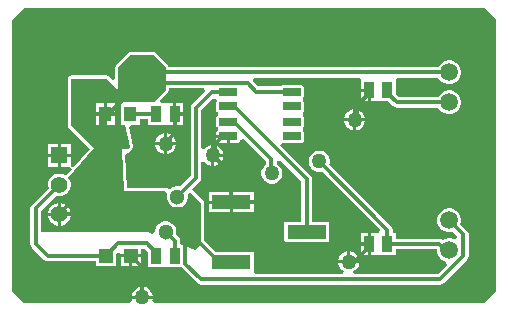
<source format=gtl>
G04*
G04 #@! TF.GenerationSoftware,Altium Limited,Altium Designer,25.2.1 (25)*
G04*
G04 Layer_Physical_Order=1*
G04 Layer_Color=255*
%FSLAX42Y42*%
%MOMM*%
G71*
G04*
G04 #@! TF.SameCoordinates,54F93AE9-759C-433E-98B8-B0DEF80D149C*
G04*
G04*
G04 #@! TF.FilePolarity,Positive*
G04*
G01*
G75*
%ADD18R,3.30X1.19*%
%ADD19R,0.90X1.35*%
%ADD20R,1.20X1.20*%
%ADD21R,1.10X1.30*%
G04:AMPARAMS|DCode=22|XSize=1.55mm|YSize=0.6mm|CornerRadius=0.05mm|HoleSize=0mm|Usage=FLASHONLY|Rotation=0.000|XOffset=0mm|YOffset=0mm|HoleType=Round|Shape=RoundedRectangle|*
%AMROUNDEDRECTD22*
21,1,1.55,0.50,0,0,0.0*
21,1,1.45,0.60,0,0,0.0*
1,1,0.10,0.72,-0.25*
1,1,0.10,-0.72,-0.25*
1,1,0.10,-0.72,0.25*
1,1,0.10,0.72,0.25*
%
%ADD22ROUNDEDRECTD22*%
%ADD31C,0.38*%
%ADD32C,1.50*%
%ADD33C,1.40*%
%ADD34R,1.40X1.40*%
%ADD35C,1.27*%
%ADD36C,1.30*%
G36*
X10500Y9400D02*
Y7100D01*
X10400Y7000D01*
X7600D01*
X7585Y7025D01*
X7589Y7037D01*
X7411D01*
X7415Y7025D01*
X7400Y7000D01*
X6500D01*
X6400Y7100D01*
Y9400D01*
X6500Y9500D01*
X10400D01*
X10500Y9400D01*
D02*
G37*
%LPC*%
G36*
X7600Y9126D02*
X7400D01*
X7390Y9124D01*
X7382Y9118D01*
X7282Y9018D01*
X7276Y9010D01*
X7274Y9000D01*
Y8896D01*
X7251Y8886D01*
X7218Y8918D01*
X7210Y8924D01*
X7200Y8926D01*
X6900D01*
X6890Y8924D01*
X6882Y8918D01*
X6876Y8910D01*
X6874Y8900D01*
Y8500D01*
X6876Y8490D01*
X6882Y8482D01*
X7057Y8306D01*
X6915Y8141D01*
X6895Y8157D01*
X6895Y8179D01*
Y8237D01*
X6813D01*
Y8155D01*
X6870D01*
X6894Y8155D01*
X6911Y8135D01*
X6860Y8076D01*
X6859Y8076D01*
X6837Y8089D01*
X6813Y8095D01*
X6787D01*
X6763Y8089D01*
X6741Y8076D01*
X6724Y8059D01*
X6711Y8037D01*
X6705Y8013D01*
Y7987D01*
X6709Y7973D01*
X6568Y7832D01*
X6558Y7817D01*
X6555Y7800D01*
Y7500D01*
X6558Y7483D01*
X6568Y7468D01*
X6668Y7368D01*
X6668Y7368D01*
X6683Y7358D01*
X6700Y7355D01*
X7110D01*
Y7315D01*
X7280D01*
Y7416D01*
X7295Y7428D01*
X7320Y7417D01*
Y7413D01*
X7490D01*
Y7459D01*
X7522D01*
X7552Y7429D01*
Y7307D01*
X7693D01*
Y7307D01*
X7707D01*
Y7307D01*
X7831D01*
X7835Y7301D01*
X7968Y7168D01*
X7968Y7168D01*
X7983Y7158D01*
X8000Y7155D01*
X8000Y7155D01*
X10023D01*
X10040Y7158D01*
X10055Y7168D01*
X10251Y7364D01*
X10261Y7379D01*
X10265Y7397D01*
Y7581D01*
X10265Y7581D01*
X10261Y7598D01*
X10251Y7613D01*
X10251Y7613D01*
X10196Y7669D01*
X10200Y7687D01*
Y7713D01*
X10194Y7739D01*
X10180Y7762D01*
X10162Y7780D01*
X10139Y7794D01*
X10113Y7800D01*
X10087D01*
X10061Y7794D01*
X10038Y7780D01*
X10020Y7762D01*
X10006Y7739D01*
X10000Y7713D01*
Y7687D01*
X10006Y7661D01*
X10020Y7638D01*
X10038Y7620D01*
X10061Y7606D01*
X10087Y7600D01*
X10113D01*
X10131Y7604D01*
X10165Y7571D01*
X10163Y7554D01*
X10139Y7540D01*
X10138Y7540D01*
X10113Y7546D01*
X10087D01*
X10061Y7540D01*
X10048Y7532D01*
X10048Y7532D01*
X10033Y7542D01*
X10016Y7545D01*
X9648D01*
Y7593D01*
X9623D01*
Y7622D01*
X9619Y7640D01*
X9610Y7655D01*
X9086Y8178D01*
X9089Y8188D01*
Y8212D01*
X9083Y8234D01*
X9071Y8255D01*
X9055Y8271D01*
X9034Y8283D01*
X9012Y8289D01*
X8988D01*
X8966Y8283D01*
X8945Y8271D01*
X8929Y8255D01*
X8917Y8234D01*
X8911Y8212D01*
Y8188D01*
X8917Y8166D01*
X8929Y8145D01*
X8945Y8129D01*
X8966Y8117D01*
X8988Y8111D01*
X9012D01*
X9022Y8114D01*
X9518Y7618D01*
X9507Y7593D01*
X9482Y7593D01*
X9435D01*
Y7500D01*
Y7407D01*
X9482D01*
X9500Y7407D01*
X9518Y7407D01*
X9648D01*
Y7455D01*
X9997D01*
X10000Y7452D01*
Y7433D01*
X10006Y7407D01*
X10020Y7384D01*
X10038Y7366D01*
X10061Y7352D01*
X10072Y7349D01*
X10080Y7321D01*
X10004Y7245D01*
X9297D01*
X9290Y7271D01*
X9305Y7279D01*
X9321Y7295D01*
X9333Y7316D01*
X9339Y7337D01*
X9161D01*
X9167Y7316D01*
X9179Y7295D01*
X9195Y7279D01*
X9210Y7271D01*
X9203Y7245D01*
X8464D01*
X8445Y7261D01*
Y7431D01*
X8129D01*
X8026Y7534D01*
Y7850D01*
X8024Y7860D01*
X8018Y7868D01*
X7925Y7961D01*
X7943Y7979D01*
X7989Y8024D01*
X7989Y8024D01*
X7998Y8039D01*
X8002Y8056D01*
X8002Y8056D01*
Y8192D01*
X8027Y8198D01*
X8029Y8195D01*
X8045Y8179D01*
X8066Y8167D01*
X8087Y8161D01*
Y8250D01*
Y8339D01*
X8066Y8333D01*
X8045Y8321D01*
X8029Y8305D01*
X8027Y8302D01*
X8002Y8308D01*
Y8633D01*
X8099Y8730D01*
X8129Y8730D01*
X8136Y8710D01*
X8129Y8700D01*
X8127Y8688D01*
Y8639D01*
X8129Y8627D01*
X8136Y8617D01*
X8139Y8614D01*
X8141Y8608D01*
Y8592D01*
X8139Y8586D01*
X8136Y8583D01*
X8129Y8573D01*
X8127Y8561D01*
Y8512D01*
X8129Y8500D01*
X8136Y8490D01*
X8139Y8487D01*
X8141Y8481D01*
Y8465D01*
X8139Y8459D01*
X8136Y8456D01*
X8129Y8446D01*
X8127Y8434D01*
Y8422D01*
X8230D01*
Y8410D01*
X8243D01*
Y8354D01*
X8302D01*
X8314Y8356D01*
X8324Y8363D01*
X8331Y8373D01*
X8333Y8381D01*
X8351Y8392D01*
X8356Y8394D01*
X8548Y8202D01*
Y8173D01*
X8545Y8171D01*
X8529Y8155D01*
X8517Y8134D01*
X8511Y8112D01*
Y8088D01*
X8517Y8066D01*
X8529Y8045D01*
X8545Y8029D01*
X8566Y8017D01*
X8588Y8011D01*
X8612D01*
X8634Y8017D01*
X8655Y8029D01*
X8671Y8045D01*
X8683Y8066D01*
X8689Y8088D01*
Y8112D01*
X8683Y8134D01*
X8671Y8155D01*
X8655Y8171D01*
X8641Y8179D01*
X8642Y8204D01*
X8664Y8213D01*
X8850Y8027D01*
Y7685D01*
X8705D01*
Y7515D01*
X9085D01*
Y7685D01*
X8940D01*
Y8046D01*
X8940Y8046D01*
X8937Y8063D01*
X8927Y8078D01*
X8668Y8337D01*
X8668Y8337D01*
X8684Y8357D01*
X8686Y8356D01*
X8688Y8355D01*
X8698Y8354D01*
X8842D01*
X8854Y8356D01*
X8864Y8363D01*
X8871Y8373D01*
X8873Y8385D01*
Y8434D01*
X8871Y8446D01*
X8864Y8456D01*
X8861Y8459D01*
X8859Y8465D01*
Y8481D01*
X8861Y8487D01*
X8864Y8490D01*
X8871Y8500D01*
X8873Y8512D01*
Y8561D01*
X8871Y8573D01*
X8864Y8583D01*
X8861Y8586D01*
X8859Y8592D01*
Y8608D01*
X8861Y8614D01*
X8864Y8617D01*
X8871Y8627D01*
X8873Y8639D01*
Y8688D01*
X8871Y8700D01*
X8864Y8710D01*
X8861Y8713D01*
X8859Y8719D01*
Y8735D01*
X8861Y8741D01*
X8864Y8744D01*
X8871Y8754D01*
X8873Y8766D01*
Y8815D01*
X8871Y8827D01*
X8864Y8837D01*
X8854Y8844D01*
X8842Y8846D01*
X8698D01*
X8686Y8844D01*
X8676Y8837D01*
X8675Y8836D01*
X8486D01*
X8438Y8883D01*
X8449Y8909D01*
X9333D01*
X9352Y8893D01*
X9352Y8883D01*
Y8813D01*
X9422D01*
Y8800D01*
X9435D01*
Y8707D01*
X9482D01*
X9500Y8707D01*
X9518Y8707D01*
X9584D01*
X9623Y8668D01*
X9638Y8658D01*
X9655Y8655D01*
X10010D01*
X10020Y8638D01*
X10038Y8620D01*
X10061Y8606D01*
X10087Y8600D01*
X10113D01*
X10139Y8606D01*
X10162Y8620D01*
X10180Y8638D01*
X10194Y8661D01*
X10200Y8687D01*
Y8713D01*
X10194Y8739D01*
X10180Y8762D01*
X10162Y8780D01*
X10139Y8794D01*
X10113Y8800D01*
X10087D01*
X10061Y8794D01*
X10038Y8780D01*
X10020Y8762D01*
X10010Y8745D01*
X9674D01*
X9648Y8771D01*
Y8883D01*
X9648Y8893D01*
X9667Y8909D01*
X10010D01*
X10020Y8892D01*
X10038Y8874D01*
X10061Y8860D01*
X10087Y8854D01*
X10113D01*
X10139Y8860D01*
X10162Y8874D01*
X10180Y8892D01*
X10194Y8915D01*
X10200Y8941D01*
Y8967D01*
X10194Y8993D01*
X10180Y9016D01*
X10162Y9034D01*
X10139Y9048D01*
X10113Y9054D01*
X10087D01*
X10061Y9048D01*
X10038Y9034D01*
X10020Y9016D01*
X10010Y8999D01*
X7726D01*
Y9000D01*
X7724Y9010D01*
X7718Y9018D01*
X7618Y9118D01*
X7610Y9124D01*
X7600Y9126D01*
D02*
G37*
G36*
X9410Y8787D02*
X9352D01*
Y8707D01*
X9410D01*
Y8787D01*
D02*
G37*
G36*
X9313Y8639D02*
Y8563D01*
X9389D01*
X9383Y8584D01*
X9371Y8605D01*
X9355Y8621D01*
X9334Y8633D01*
X9313Y8639D01*
D02*
G37*
G36*
X9287D02*
X9266Y8633D01*
X9245Y8621D01*
X9229Y8605D01*
X9217Y8584D01*
X9211Y8563D01*
X9287D01*
Y8639D01*
D02*
G37*
G36*
X9389Y8537D02*
X9313D01*
Y8461D01*
X9334Y8467D01*
X9355Y8479D01*
X9371Y8495D01*
X9383Y8516D01*
X9389Y8537D01*
D02*
G37*
G36*
X9287D02*
X9211D01*
X9217Y8516D01*
X9229Y8495D01*
X9245Y8479D01*
X9266Y8467D01*
X9287Y8461D01*
Y8537D01*
D02*
G37*
G36*
X8217Y8397D02*
X8127D01*
Y8385D01*
X8129Y8373D01*
X8136Y8363D01*
X8146Y8356D01*
X8158Y8354D01*
X8217D01*
Y8397D01*
D02*
G37*
G36*
X6895Y8345D02*
X6813D01*
Y8263D01*
X6895D01*
Y8345D01*
D02*
G37*
G36*
X6787D02*
X6705D01*
Y8263D01*
X6787D01*
Y8345D01*
D02*
G37*
G36*
X8113Y8339D02*
Y8263D01*
X8189D01*
X8183Y8284D01*
X8171Y8305D01*
X8155Y8321D01*
X8134Y8333D01*
X8113Y8339D01*
D02*
G37*
G36*
X8189Y8237D02*
X8113D01*
Y8161D01*
X8134Y8167D01*
X8155Y8179D01*
X8171Y8195D01*
X8183Y8216D01*
X8189Y8237D01*
D02*
G37*
G36*
X6787Y8237D02*
X6705D01*
Y8155D01*
X6787D01*
Y8237D01*
D02*
G37*
G36*
X8445Y7939D02*
X8268D01*
Y7867D01*
X8445D01*
Y7939D01*
D02*
G37*
G36*
X8242D02*
X8065D01*
Y7867D01*
X8242D01*
Y7939D01*
D02*
G37*
G36*
X8445Y7841D02*
X8268D01*
Y7769D01*
X8445D01*
Y7841D01*
D02*
G37*
G36*
X8242D02*
X8065D01*
Y7769D01*
X8242D01*
Y7841D01*
D02*
G37*
G36*
X9410Y7593D02*
X9352D01*
Y7513D01*
X9410D01*
Y7593D01*
D02*
G37*
G36*
Y7487D02*
X9352D01*
Y7407D01*
X9410D01*
Y7487D01*
D02*
G37*
G36*
X9263Y7439D02*
Y7363D01*
X9339D01*
X9333Y7384D01*
X9321Y7405D01*
X9305Y7421D01*
X9284Y7433D01*
X9263Y7439D01*
D02*
G37*
G36*
X9237D02*
X9216Y7433D01*
X9195Y7421D01*
X9179Y7405D01*
X9167Y7384D01*
X9161Y7363D01*
X9237D01*
Y7439D01*
D02*
G37*
G36*
X7490Y7387D02*
X7418D01*
Y7315D01*
X7490D01*
Y7387D01*
D02*
G37*
G36*
X7392D02*
X7320D01*
Y7315D01*
X7392D01*
Y7387D01*
D02*
G37*
G36*
X7513Y7139D02*
Y7063D01*
X7589D01*
X7583Y7084D01*
X7571Y7105D01*
X7555Y7121D01*
X7534Y7133D01*
X7513Y7139D01*
D02*
G37*
G36*
X7487D02*
X7466Y7133D01*
X7445Y7121D01*
X7429Y7105D01*
X7417Y7084D01*
X7411Y7063D01*
X7487D01*
Y7139D01*
D02*
G37*
%LPD*%
G36*
X7700Y9000D02*
Y8800D01*
X7600Y8700D01*
X7320D01*
X7321Y8693D01*
X7320Y8690D01*
X7320D01*
Y8510D01*
X7358D01*
X7396Y8320D01*
X7380Y8300D01*
X7329D01*
X7350Y7950D01*
X7698D01*
X7713Y7925D01*
X7710Y7912D01*
Y7888D01*
X7716Y7865D01*
X7728Y7844D01*
X7744Y7828D01*
X7765Y7816D01*
X7788Y7810D01*
X7812D01*
X7835Y7816D01*
X7856Y7828D01*
X7872Y7844D01*
X7884Y7865D01*
X7890Y7888D01*
Y7912D01*
X7887Y7923D01*
X7907Y7943D01*
X8000Y7850D01*
Y7500D01*
X7950Y7450D01*
X7848Y7488D01*
Y7493D01*
X7836D01*
X7823Y7498D01*
Y7522D01*
X7819Y7540D01*
X7810Y7555D01*
X7787Y7577D01*
X7790Y7588D01*
Y7612D01*
X7784Y7635D01*
X7772Y7656D01*
X7756Y7672D01*
X7735Y7684D01*
X7712Y7690D01*
X7688D01*
X7665Y7684D01*
X7644Y7672D01*
X7628Y7656D01*
X7616Y7635D01*
X7610Y7612D01*
Y7605D01*
X7585Y7587D01*
X7550Y7600D01*
X7250D01*
Y7600D01*
X6645D01*
Y7781D01*
X6773Y7909D01*
X6787Y7905D01*
X6813D01*
X6837Y7911D01*
X6859Y7924D01*
X6876Y7941D01*
X6889Y7963D01*
X6895Y7987D01*
Y8013D01*
X6889Y8037D01*
X6877Y8057D01*
X7092Y8308D01*
X6900Y8500D01*
Y8900D01*
X7200D01*
X7300Y8800D01*
X7300Y8800D01*
X7300Y9000D01*
X7400Y9100D01*
X7600D01*
X7700Y9000D01*
D02*
G37*
G36*
X8037Y8796D02*
X7924Y8684D01*
X7915Y8669D01*
X7911Y8652D01*
Y8075D01*
X7823Y7987D01*
X7812Y7990D01*
X7788D01*
X7765Y7984D01*
X7744Y7972D01*
X7744Y7972D01*
X7736Y7969D01*
X7735Y7969D01*
X7729Y7969D01*
X7713Y7971D01*
X7710Y7972D01*
X7708Y7974D01*
X7706Y7974D01*
X7704Y7975D01*
X7701Y7975D01*
X7698Y7976D01*
X7374D01*
X7358Y8256D01*
X7375Y8274D01*
X7377Y8274D01*
X7380D01*
X7380Y8274D01*
X7382Y8274D01*
X7383Y8274D01*
X7386Y8275D01*
X7390Y8276D01*
X7391Y8277D01*
X7392Y8277D01*
X7395Y8280D01*
X7398Y8282D01*
X7399Y8283D01*
X7400Y8284D01*
X7416Y8303D01*
X7417Y8304D01*
X7418Y8305D01*
X7419Y8309D01*
X7421Y8312D01*
X7421Y8313D01*
X7421Y8315D01*
X7421Y8318D01*
X7422Y8322D01*
X7421Y8323D01*
X7421Y8325D01*
X7388Y8490D01*
X7405Y8510D01*
X7480D01*
Y8555D01*
X7552D01*
Y8507D01*
X7682D01*
X7700Y8507D01*
X7718Y8507D01*
X7765D01*
Y8600D01*
Y8693D01*
X7718D01*
X7700Y8693D01*
X7682Y8693D01*
X7663D01*
X7653Y8716D01*
X7718Y8782D01*
X7724Y8790D01*
X7726Y8800D01*
Y8820D01*
X8027D01*
X8037Y8796D01*
D02*
G37*
%LPC*%
G36*
X7270Y8690D02*
X7203D01*
Y8613D01*
X7270D01*
Y8690D01*
D02*
G37*
G36*
X7177D02*
X7110D01*
Y8613D01*
X7177D01*
Y8690D01*
D02*
G37*
G36*
X7270Y8587D02*
X7203D01*
Y8510D01*
X7270D01*
Y8515D01*
Y8587D01*
D02*
G37*
G36*
X7177D02*
X7110D01*
Y8510D01*
X7177D01*
Y8587D01*
D02*
G37*
G36*
X6813Y7845D02*
Y7763D01*
X6895D01*
X6889Y7787D01*
X6876Y7809D01*
X6859Y7826D01*
X6837Y7839D01*
X6813Y7845D01*
D02*
G37*
G36*
X6787D02*
X6763Y7839D01*
X6741Y7826D01*
X6724Y7809D01*
X6711Y7787D01*
X6705Y7763D01*
X6787D01*
Y7845D01*
D02*
G37*
G36*
X6895Y7737D02*
X6813D01*
Y7655D01*
X6837Y7661D01*
X6859Y7674D01*
X6876Y7691D01*
X6889Y7713D01*
X6895Y7737D01*
D02*
G37*
G36*
X6787D02*
X6705D01*
X6711Y7713D01*
X6724Y7691D01*
X6741Y7674D01*
X6763Y7661D01*
X6787Y7655D01*
Y7737D01*
D02*
G37*
G36*
X7790Y8693D02*
Y8613D01*
X7848D01*
Y8693D01*
X7790D01*
D02*
G37*
G36*
X7848Y8587D02*
X7790D01*
Y8507D01*
X7848D01*
Y8587D01*
D02*
G37*
G36*
X7713Y8439D02*
Y8363D01*
X7789D01*
X7783Y8384D01*
X7771Y8405D01*
X7755Y8421D01*
X7734Y8433D01*
X7713Y8439D01*
D02*
G37*
G36*
X7687D02*
X7666Y8433D01*
X7645Y8421D01*
X7629Y8405D01*
X7617Y8384D01*
X7611Y8363D01*
X7687D01*
Y8439D01*
D02*
G37*
G36*
X7789Y8337D02*
X7713D01*
Y8261D01*
X7734Y8267D01*
X7755Y8279D01*
X7771Y8295D01*
X7783Y8316D01*
X7789Y8337D01*
D02*
G37*
G36*
X7687D02*
X7611D01*
X7617Y8316D01*
X7629Y8295D01*
X7645Y8279D01*
X7666Y8267D01*
X7687Y8261D01*
Y8337D01*
D02*
G37*
%LPD*%
D18*
X8895Y7600D02*
D03*
X8255Y7854D02*
D03*
Y7346D02*
D03*
D19*
X7778Y7400D02*
D03*
X7622D02*
D03*
X7778Y8600D02*
D03*
X7622D02*
D03*
X9422Y7500D02*
D03*
X9578D02*
D03*
X9422Y8800D02*
D03*
X9578D02*
D03*
D20*
X7405Y7400D02*
D03*
X7195D02*
D03*
D21*
X7190Y8600D02*
D03*
X7400D02*
D03*
D22*
X8770Y8790D02*
D03*
Y8664D02*
D03*
Y8536D02*
D03*
Y8410D02*
D03*
X8230D02*
D03*
Y8536D02*
D03*
Y8664D02*
D03*
Y8790D02*
D03*
D31*
X9267Y7367D02*
X9312D01*
X9422Y7478D01*
X9250Y7350D02*
X9267Y7367D01*
X6800Y7750D02*
X7746D01*
X7190Y8140D02*
Y8573D01*
X10023Y7200D02*
X10219Y7397D01*
X7867Y7333D02*
X8000Y7200D01*
X10023D01*
X7151Y8101D02*
X7190Y8140D01*
X9422Y8778D02*
Y8800D01*
X9316Y8671D02*
X9422Y8778D01*
X9316Y8566D02*
Y8671D01*
X9300Y8550D02*
X9316Y8566D01*
X9422Y7478D02*
Y7500D01*
X9419Y7496D02*
X9422Y7500D01*
X8712Y7496D02*
X9419D01*
X8594Y7613D02*
X8712Y7496D01*
X8594Y7613D02*
Y7737D01*
X8477Y7854D02*
X8594Y7737D01*
X8255Y7854D02*
X8477D01*
X8278Y8664D02*
X8895Y8046D01*
Y7600D02*
Y8046D01*
X8100Y8250D02*
X8255Y8095D01*
Y7854D02*
Y8095D01*
X8182Y8410D02*
X8230D01*
X8117Y8344D02*
X8182Y8410D01*
X8117Y8267D02*
Y8344D01*
X8100Y8250D02*
X8117Y8267D01*
X7151Y8101D02*
Y8534D01*
X7190Y8573D01*
X6800Y7750D02*
X7705D01*
X7746D02*
X8150Y7346D01*
X7705Y7750D02*
X7867Y7588D01*
X7405Y7400D02*
X7500Y7305D01*
Y7050D02*
Y7305D01*
X7299Y7504D02*
X7541D01*
X7622Y7422D01*
Y7378D02*
Y7400D01*
X7195D02*
X7299Y7504D01*
X7622Y7400D02*
Y7422D01*
X7778Y7400D02*
Y7522D01*
X7700Y7600D02*
X7778Y7522D01*
X7867Y7333D02*
Y7588D01*
X6700Y7400D02*
X7195D01*
X7700Y8350D02*
Y8366D01*
X7778Y8443D01*
Y8600D01*
X10219Y7397D02*
Y7581D01*
X10100Y7700D02*
X10219Y7581D01*
X7190Y8573D02*
Y8600D01*
Y8573D02*
X7482Y8865D01*
X9000Y8200D02*
X9578Y7622D01*
Y7500D02*
Y7622D01*
X6800Y7750D02*
X7151Y8101D01*
X7482Y8865D02*
X8393D01*
X8467Y8790D01*
X8770D01*
X7482Y8865D02*
X7571Y8954D01*
X10100D01*
X8593Y8107D02*
X8600Y8100D01*
X8593Y8107D02*
Y8221D01*
X8278Y8536D02*
X8593Y8221D01*
X8230Y8536D02*
X8278D01*
X9578Y8778D02*
Y8800D01*
X9655Y8700D02*
X10100D01*
X9578Y8778D02*
X9655Y8700D01*
X10070Y7446D02*
X10100D01*
X10016Y7500D02*
X10070Y7446D01*
X9578Y7500D02*
X10016D01*
X8230Y8664D02*
X8278D01*
X8095Y8790D02*
X8230D01*
X7956Y8652D02*
X8095Y8790D01*
X7956Y8056D02*
Y8652D01*
X7800Y7900D02*
X7956Y8056D01*
X7400Y8600D02*
X7622D01*
X8150Y7346D02*
X8255D01*
X6600Y7500D02*
X6700Y7400D01*
X6600Y7500D02*
Y7800D01*
X6800Y8000D01*
D32*
X10100Y7446D02*
D03*
Y7700D02*
D03*
Y8954D02*
D03*
Y8700D02*
D03*
D33*
X6800Y7750D02*
D03*
Y8000D02*
D03*
D34*
Y8250D02*
D03*
D35*
X9250Y7350D02*
D03*
X9300Y8550D02*
D03*
X8100Y8250D02*
D03*
X7500Y7050D02*
D03*
X7700Y8350D02*
D03*
X8600Y8100D02*
D03*
X9000Y8200D02*
D03*
D36*
X7700Y7600D02*
D03*
X7800Y7900D02*
D03*
M02*

</source>
